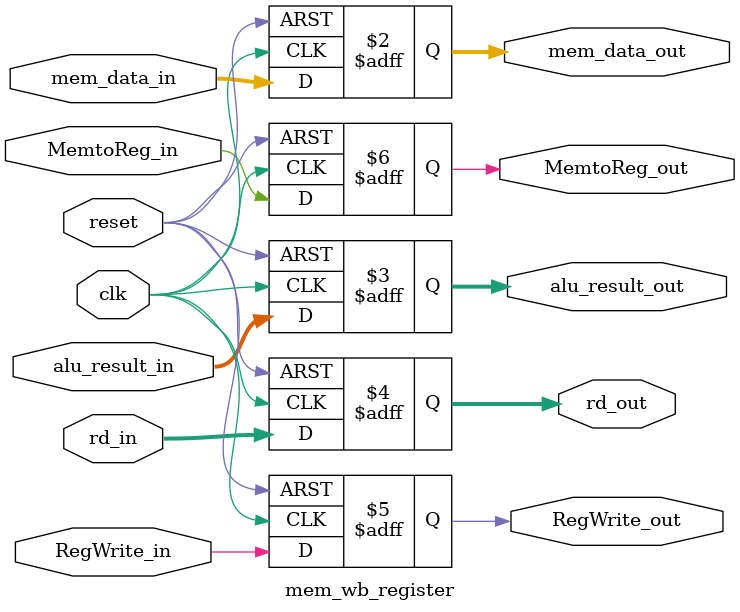
<source format=v>
module mem_wb_register (
    input wire clk,
    input wire reset,
    
    // Inputs from MEM stage
    input wire [63:0] mem_data_in,
    input wire [63:0] alu_result_in,
    input wire [4:0] rd_in,
    
    // Control signals
    input wire RegWrite_in,
    input wire MemtoReg_in,
    
    // Outputs to WB stage
    output reg [63:0] mem_data_out,
    output reg [63:0] alu_result_out,
    output reg [4:0] rd_out,
    
    // Control outputs
    output reg RegWrite_out,
    output reg MemtoReg_out
);

    always @(posedge clk or posedge reset) begin
        if (reset) begin
            mem_data_out <= 64'b0;
            alu_result_out <= 64'b0;
            rd_out <= 5'b0;
            
            RegWrite_out <= 1'b0;
            MemtoReg_out <= 1'b0;
        end
        else begin
            mem_data_out <= mem_data_in;
            alu_result_out <= alu_result_in;
            rd_out <= rd_in;
            
            RegWrite_out <= RegWrite_in;
            MemtoReg_out <= MemtoReg_in;
        end
    end

endmodule
</source>
